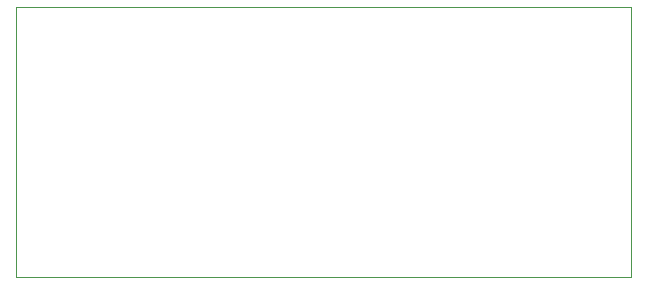
<source format=gbr>
%TF.GenerationSoftware,KiCad,Pcbnew,7.0.10*%
%TF.CreationDate,2024-01-17T19:42:08+01:00*%
%TF.ProjectId,RFM9xW_868,52464d39-7857-45f3-9836-382e6b696361,rev?*%
%TF.SameCoordinates,Original*%
%TF.FileFunction,Profile,NP*%
%FSLAX46Y46*%
G04 Gerber Fmt 4.6, Leading zero omitted, Abs format (unit mm)*
G04 Created by KiCad (PCBNEW 7.0.10) date 2024-01-17 19:42:08*
%MOMM*%
%LPD*%
G01*
G04 APERTURE LIST*
%TA.AperFunction,Profile*%
%ADD10C,0.050000*%
%TD*%
G04 APERTURE END LIST*
D10*
X104140000Y-38100000D02*
X156210000Y-38100000D01*
X156210000Y-60960000D01*
X104140000Y-60960000D01*
X104140000Y-38100000D01*
M02*

</source>
